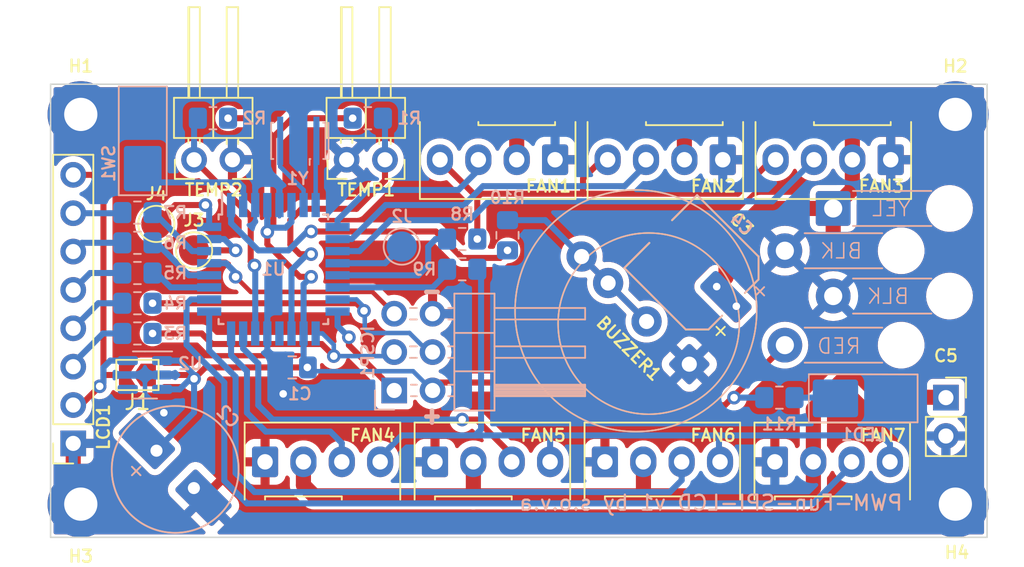
<source format=kicad_pcb>
(kicad_pcb (version 20221018) (generator pcbnew)
  (layers (0 "F.Cu" signal) (31 "B.Cu" signal) (34 "B.Paste" user) (35 "F.Paste" user) (36 "B.SilkS" user "B.Silkscreen") (37 "F.SilkS" user "F.Silkscreen") (38 "B.Mask" user) (39 "F.Mask" user) (44 "Edge.Cuts" user))
  (net 0 "")
  (net 1 "+5V")
  (net 2 "GND")
  (net 3 "+12V")
  (net 4 "PWM_1")
  (net 5 "PWM_2")
  (net 6 "Net-(U1-PB1)")
  (net 7 "Net-(U1-PB2)")
  (net 9 "FBK_1")
  (net 10 "/XTAL_1")
  (net 11 "/XTAL_2")
  (net 12 "FBK_2")
  (net 13 "FBK_3")
  (net 14 "FBK_4")
  (net 15 "FBK_5")
  (net 16 "FBK_6")
  (net 17 "FBK_7")
  (net 18 "/Thermistor_1")
  (net 19 "/Thermistor_2")
  (net 20 "LCD_RS")
  (net 21 "Net-(BUZZER1-Pin_2)")
  (net 22 "+3.3V")
  (net 23 "LCD_DC")
  (net 24 "LCD_CS")
  (net 26 "/LCD_CS_X")
  (net 27 "/LCD_DC_X")
  (net 28 "/LCD_RS_X")
  (net 29 "/LCD_SDA_X")
  (net 30 "/LCD_SCL_X")
  (net 31 "ICSP_MISO")
  (net 32 "ICSP_SCK")
  (net 33 "ICSP_MOSI")
  (net 34 "ICSP_RESET")
  (net 35 "Net-(U1-PD3)")
  (net 36 "Net-(LED1-A)")
  (net 37 "Net-(J3-Pin_1)")
  (net 38 "Net-(J4-Pin_1)")
  (net 39 "Net-(U1-PD4)")
  (net 40 "Net-(J2-Pin_1)")
  (footprint "Library:FanPinHeader_1x04_P2.54mm_Vertical_custom" (layer "F.Cu") (at 62.2 63)
    (fp_text reference "FAN4" (at 7.12 -1.75) (layer "F.SilkS") (effects (font (size 0.8 0.8))))
    (fp_text value "~")
    (pad "1" thru_hole roundrect (at 0 0 90) (size 2.03 1.73) (drill 1.02) (layers "*.Cu" "*.Mask") (roundrect_rratio 0.1156069364) (net 2 "GND"))
    (pad "2" thru_hole oval (at 2.54 0 90) (size 2.03 1.73) (drill 1.02) (layers "*.Cu" "*.Mask") (net 3 "+12V"))
    (pad "3" thru_hole oval (at 5.08 0 90) (size 2.03 1.73) (drill 1.02) (layers "*.Cu" "*.Mask") (net 14 "FBK_4"))
    (pad "4" thru_hole oval (at 7.62 0 90) (size 2.03 1.73) (drill 1.02) (layers "*.Cu" "*.Mask") (net 5 "PWM_2"))
  )
  (footprint "MountingHole:MountingHole_2.2mm_M2_Pad" (layer "F.Cu") (at 107.9 40)
    (fp_text reference "H2" (at 0 -3.2) (layer "F.SilkS") (effects (font (size 0.8 0.8))))
    (fp_text value "MountingHole_Pad" hide)
    (pad "1" thru_hole circle locked (at 0 0) (size 4.4 4.4) (drill 2.2) (layers "*.Cu" "*.Mask") (net 2 "GND"))
  )
  (footprint "Library:FanPinHeader_1x04_P2.54mm_Vertical_custom" (layer "F.Cu") (at 84.7 63)
    (fp_text reference "FAN6" (at 7.16 -1.75) (layer "F.SilkS") (effects (font (size 0.8 0.8))))
    (fp_text value "~")
    (pad "1" thru_hole roundrect (at 0 0 90) (size 2.03 1.73) (drill 1.02) (layers "*.Cu" "*.Mask") (roundrect_rratio 0.1156069364) (net 2 "GND"))
    (pad "2" thru_hole oval (at 2.54 0 90) (size 2.03 1.73) (drill 1.02) (layers "*.Cu" "*.Mask") (net 3 "+12V"))
    (pad "3" thru_hole oval (at 5.08 0 90) (size 2.03 1.73) (drill 1.02) (layers "*.Cu" "*.Mask") (net 16 "FBK_6"))
    (pad "4" thru_hole oval (at 7.62 0 90) (size 2.03 1.73) (drill 1.02) (layers "*.Cu" "*.Mask") (net 5 "PWM_2"))
  )
  (footprint "Library:FanPinHeader_1x04_P2.54mm_Vertical_custom" (layer "F.Cu") (at 73.45 63)
    (fp_text reference "FAN5" (at 7.16 -1.75) (layer "F.SilkS") (effects (font (size 0.8 0.8))))
    (fp_text value "~")
    (pad "1" thru_hole roundrect (at 0 0 90) (size 2.03 1.73) (drill 1.02) (layers "*.Cu" "*.Mask") (roundrect_rratio 0.1156069364) (net 2 "GND"))
    (pad "2" thru_hole oval (at 2.54 0 90) (size 2.03 1.73) (drill 1.02) (layers "*.Cu" "*.Mask") (net 3 "+12V"))
    (pad "3" thru_hole oval (at 5.08 0 90) (size 2.03 1.73) (drill 1.02) (layers "*.Cu" "*.Mask") (net 15 "FBK_5"))
    (pad "4" thru_hole oval (at 7.62 0 90) (size 2.03 1.73) (drill 1.02) (layers "*.Cu" "*.Mask") (net 5 "PWM_2"))
  )
  (footprint "Library:My_buzzer" (layer "F.Cu") (at 90.285534 56.535534 135)
    (fp_text reference "BUZZER1" (at 3.56066 -2.096194 135) (layer "F.SilkS") (effects (font (size 0.8 0.8))))
    (fp_text value "Conn_01x02_Pin" hide)
    (pad "1" thru_hole roundrect (at 0 0 135) (size 2 2) (drill 1) (layers "*.Cu" "*.Mask") (roundrect_rratio 0.1) (net 2 "GND"))
    (pad "2" thru_hole circle (at 4 0 135) (size 2 2) (drill 1) (layers "*.Cu" "*.Mask") (net 21 "Net-(BUZZER1-Pin_2)"))
    (pad "2" thru_hole circle (at 7.6 0 135) (size 2 2) (drill 1) (layers "*.Cu" "*.Mask") (net 21 "Net-(BUZZER1-Pin_2)"))
    (pad "2" thru_hole circle (at 10.08 0 135) (size 2 2) (drill 1) (layers "*.Cu" "*.Mask") (net 21 "Net-(BUZZER1-Pin_2)"))
  )
  (footprint "Library:my_PinHeader_1x02_P2.54mm_Horizontal" (layer "F.Cu") (at 57.5 43 90)
    (fp_text reference "TEMP2" (at -2 1.3 180) (layer "F.SilkS") (effects (font (size 0.8 0.8))))
    (fp_text value "Thermistor2")
    (pad "1" thru_hole circle (at 0 0 90) (size 1.7 1.7) (drill 1) (layers "*.Cu" "*.Mask") (net 19 "/Thermistor_2"))
    (pad "2" thru_hole oval (at 0 2.54 90) (size 1.7 1.7) (drill 1) (layers "*.Cu" "*.Mask") (net 2 "GND"))
  )
  (footprint "MountingHole:MountingHole_2.2mm_M2_Pad" (layer "F.Cu") (at 50 40)
    (fp_text reference "H1" (at 0 -3.2) (layer "F.SilkS") (effects (font (size 0.8 0.8))))
    (fp_text value "MountingHole_Pad" hide)
    (pad "1" thru_hole circle locked (at 0 0) (size 4.4 4.4) (drill 2.2) (layers "*.Cu" "*.Mask") (net 2 "GND"))
  )
  (footprint "Connector_PinSocket_2.54mm:PinSocket_1x08_P2.54mm_Vertical" (layer "F.Cu") (at 49.5 61.78 180)
    (fp_text reference "LCD1" (at -2 1.08 90) (layer "F.SilkS") (effects (font (size 0.8 0.8))))
    (fp_text value "~")
    (pad "1" thru_hole rect locked (at 0 0 180) (size 1.7 1.7) (drill 1) (layers "*.Cu" "*.Mask") (net 2 "GND"))
    (pad "2" thru_hole oval locked (at 0 2.54 180) (size 1.7 1.7) (drill 1) (layers "*.Cu" "*.Mask") (net 22 "+3.3V"))
    (pad "3" thru_hole oval locked (at 0 5.08 180) (size 1.7 1.7) (drill 1) (layers "*.Cu" "*.Mask") (net 30 "/LCD_SCL_X"))
    (pad "4" thru_hole oval locked (at 0 7.62 180) (size 1.7 1.7) (drill 1) (layers "*.Cu" "*.Mask") (net 29 "/LCD_SDA_X"))
    (pad "5" thru_hole oval locked (at 0 10.16 180) (size 1.7 1.7) (drill 1) (layers "*.Cu" "*.Mask") (net 28 "/LCD_RS_X"))
    (pad "6" thru_hole oval locked (at 0 12.7 180) (size 1.7 1.7) (drill 1) (layers "*.Cu" "*.Mask") (net 27 "/LCD_DC_X"))
    (pad "7" thru_hole oval locked (at 0 15.24 180) (size 1.7 1.7) (drill 1) (layers "*.Cu" "*.Mask") (net 26 "/LCD_CS_X"))
    (pad "8" thru_hole oval locked (at 0 17.78 180) (size 1.7 1.7) (drill 1) (layers "*.Cu" "*.Mask") (net 22 "+3.3V"))
  )
  (footprint "TestPoint:TestPoint_Pad_D2.0mm" (layer "F.Cu") (at 55 47.25)
    (fp_text reference "J4" (at 0 -1.998) (layer "F.SilkS") (effects (font (size 0.8 0.8))))
    (fp_text value "Unused")
    (pad "1" smd circle (at 0 0) (size 2 2) (layers "F.Cu" "F.Mask") (net 38 "Net-(J4-Pin_1)"))
  )
  (footprint "Connector_PinSocket_2.54mm:PinSocket_1x02_P2.54mm_Vertical" (layer "F.Cu") (at 107.275 58.75)
    (fp_text reference "C5" (at 0 -2.77) (layer "F.SilkS") (effects (font (size 0.8 0.8))))
    (fp_text value "TO_PC")
    (pad "1" thru_hole rect (at 0 0) (size 1.7 1.7) (drill 1) (layers "*.Cu" "*.Mask") (net 3 "+12V"))
    (pad "2" thru_hole oval (at 0 2.54) (size 1.7 1.7) (drill 1) (layers "*.Cu" "*.Mask") (net 2 "GND"))
  )
  (footprint "MountingHole:MountingHole_2.2mm_M2_Pad" (layer "F.Cu") (at 107.9 65.8)
    (fp_text reference "H4" (at 0.1 3.2) (layer "F.SilkS") (effects (font (size 0.8 0.8))))
    (fp_text value "MountingHole_Pad" hide)
    (pad "1" thru_hole circle locked (at 0 0) (size 4.4 4.4) (drill 2.2) (layers "*.Cu" "*.Mask") (net 2 "GND"))
  )
  (footprint "TestPoint:TestPoint_Pad_D2.0mm" (layer "F.Cu") (at 57.5 49)
    (fp_text reference "J3" (at 0 -1.998) (layer "F.SilkS") (effects (font (size 0.8 0.8))))
    (fp_text value "Unused")
    (pad "1" smd circle (at 0 0) (size 2 2) (layers "F.Cu" "F.Mask") (net 37 "Net-(J3-Pin_1)"))
  )
  (footprint "Library:FanPinHeader_1x04_P2.54mm_Vertical_custom" (layer "F.Cu") (at 92.5 43 180)
    (fp_text reference "FAN2" (at 0.62 -1.75) (layer "F.SilkS") (effects (font (size 0.8 0.8))))
    (fp_text value "~")
    (pad "1" thru_hole roundrect (at 0 0 270) (size 2.03 1.73) (drill 1.02) (layers "*.Cu" "*.Mask") (roundrect_rratio 0.1156069364) (net 2 "GND"))
    (pad "2" thru_hole oval (at 2.54 0 270) (size 2.03 1.73) (drill 1.02) (layers "*.Cu" "*.Mask") (net 3 "+12V"))
    (pad "3" thru_hole oval (at 5.08 0 270) (size 2.03 1.73) (drill 1.02) (layers "*.Cu" "*.Mask") (net 12 "FBK_2"))
    (pad "4" thru_hole oval (at 7.62 0 270) (size 2.03 1.73) (drill 1.02) (layers "*.Cu" "*.Mask") (net 4 "PWM_1"))
  )
  (footprint "Capacitor_SMD:CP_Elec_6.3x3.9" (layer "F.Cu") (at 90.806587 50.170646 135)
    (fp_text reference "C3" (at -0.016099 4.146516 135) (layer "F.SilkS") (effects (font (size 0.8 0.8))))
    (fp_text value "100uF")
    (pad "1" smd roundrect (at -2.7 0 135) (size 3.5 1.6) (layers "F.Cu" "F.Paste" "F.Mask") (roundrect_rratio 0.15625) (net 3 "+12V"))
    (pad "2" smd roundrect (at 2.7 0 135) (size 3.5 1.6) (layers "F.Cu" "F.Paste" "F.Mask") (roundrect_rratio 0.15625) (net 2 "GND"))
  )
  (footprint "Library:FanPinHeader_1x04_P2.54mm_Vertical_custom" (layer "F.Cu") (at 95.95 63)
    (fp_text reference "FAN7" (at 7.16 -1.75) (layer "F.SilkS") (effects (font (size 0.8 0.8))))
    (fp_text value "~")
    (pad "1" thru_hole roundrect (at 0 0 90) (size 2.03 1.73) (drill 1.02) (layers "*.Cu" "*.Mask") (roundrect_rratio 0.1156069364) (net 2 "GND"))
    (pad "2" thru_hole oval (at 2.54 0 90) (size 2.03 1.73) (drill 1.02) (layers "*.Cu" "*.Mask") (net 3 "+12V"))
    (pad "3" thru_hole oval (at 5.08 0 90) (size 2.03 1.73) (drill 1.02) (layers "*.Cu" "*.Mask") (net 17 "FBK_7"))
    (pad "4" thru_hole oval (at 7.62 0 90) (size 2.03 1.73) (drill 1.02) (layers "*.Cu" "*.Mask") (net 5 "PWM_2"))
  )
  (footprint "Jumper:SolderJumper-2_P1.3mm_Open_TrianglePad1.0x1.5mm" (layer "F.Cu") (at 53.75 57.25 180)
    (fp_text reference "J1" (at 0 -1.8) (layer "F.SilkS"))
    (fp_text value "Conn_01x02_Pin")
    (pad "1" smd custom (at -0.725 0 180) (size 0.3 0.3) (layers "F.Cu" "F.Mask") (net 1 "+5V") (options (clearance outline) (anchor rect)) (primitives (gr_poly (pts (xy 1 0) (xy 0.5 0.75) (xy -0.5 0.75) (xy -0.5 -0.75) (xy 0.5 -0.75)) (width 0) (fill yes))))
    (pad "2" smd custom (at 0.725 0 180) (size 0.3 0.3) (layers "F.Cu" "F.Mask") (net 22 "+3.3V") (options (clearance outline) (anchor rect)) (primitives (gr_poly (pts (xy 0.5 0.75) (xy -0.65 0.75) (xy -0.15 0) (xy -0.65 -0.75) (xy 0.5 -0.75)) (width 0) (fill yes))))
  )
  (footprint "Library:my_PinHeader_1x02_P2.54mm_Horizontal" (layer "F.Cu") (at 67.6 43 90)
    (fp_text reference "TEMP1" (at -2 1.3 180) (layer "F.SilkS") (effects (font (size 0.8 0.8))))
    (fp_text value "Thermistor1")
    (pad "1" thru_hole circle (at 0 0 90) (size 1.7 1.7) (drill 1) (layers "*.Cu" "*.Mask") (net 2 "GND"))
    (pad "2" thru_hole oval (at 0 2.54 90) (size 1.7 1.7) (drill 1) (layers "*.Cu" "*.Mask") (net 18 "/Thermistor_1"))
  )
  (footprint "Library:FanPinHeader_1x04_P2.54mm_Vertical_custom" (layer "F.Cu") (at 103.62 43 180)
    (fp_text reference "FAN3" (at 0.62 -1.75) (layer "F.SilkS") (effects (font (size 0.8 0.8))))
    (fp_text value "~")
    (pad "1" thru_hole roundrect (at 0 0 270) (size 2.03 1.73) (drill 1.02) (layers "*.Cu" "*.Mask") (roundrect_rratio 0.1156069364) (net 2 "GND"))
    (pad "2" thru_hole oval (at 2.54 0 270) (size 2.03 1.73) (drill 1.02) (layers "*.Cu" "*.Mask") (net 3 "+12V"))
    (pad "3" thru_hole oval (at 5.08 0 270) (size 2.03 1.73) (drill 1.02) (layers "*.Cu" "*.Mask") (net 13 "FBK_3"))
    (pad "4" thru_hole oval (at 7.62 0 270) (size 2.03 1.73) (drill 1.02) (layers "*.Cu" "*.Mask") (net 4 "PWM_1"))
  )
  (footprint "MountingHole:MountingHole_2.2mm_M2_Pad" (layer "F.Cu") (at 50 65.8)
    (fp_text reference "H3" (at 0 3.45) (layer "F.SilkS") (effects (font (size 0.8 0.8))))
    (fp_text value "MountingHole_Pad" hide)
    (pad "1" thru_hole circle locked (at 0 0) (size 4.4 4.4) (drill 2.2) (layers "*.Cu" "*.Mask") (net 2 "GND"))
  )
  (footprint "Library:FanPinHeader_1x04_P2.54mm_Vertical_custom" (layer "F.Cu") (at 81.4 43 180)
    (fp_text reference "FAN1" (at 0.44 -1.75) (layer "F.SilkS") (effects (font (size 0.8 0.8))))
    (fp_text value "~")
    (pad "1" thru_hole roundrect (at 0 0 270) (size 2.03 1.73) (drill 1.02) (layers "*.Cu" "*.Mask") (roundrect_rratio 0.1156069364) (net 2 "GND"))
    (pad "2" thru_hole oval (at 2.54 0 270) (size 2.03 1.73) (drill 1.02) (layers "*.Cu" "*.Mask") (net 3 "+12V"))
    (pad "3" thru_hole oval (at 5.08 0 270) (size 2.03 1.73) (drill 1.02) (layers "*.Cu" "*.Mask") (net 9 "FBK_1"))
    (pad "4" thru_hole oval (at 7.62 0 270) (size 2.03 1.73) (drill 1.02) (layers "*.Cu" "*.Mask") (net 4 "PWM_1"))
  )
  (footprint "Library:Multicap" (layer "B.Cu") (at 55.012563 62.262563 -45)
    (fp_text reference "C2" (at 1.75 -4.949747 135) (layer "B.SilkS") (effects (font (size 0.8 0.8)) (justify mirror)))
    (fp_text value "4.7uF")
    (pad "1" thru_hole roundrect (at 0 0 315) (size 3.5 2) (drill 0.8 (offset -0.9 0)) (layers "*.Cu" "*.Mask") (roundrect_rratio 0.1) (net 1 "+5V"))
    (pad "2" thru_hole roundrect (at 3.5 0 315) (size 3.5 2) (drill 0.8 (offset 0.9 0)) (layers "*.Cu" "*.Mask") (roundrect_rratio 0.1) (net 2 "GND"))
  )
  (footprint "Resistor_SMD:R_0805_2012Metric_Pad1.20x1.40mm_HandSolder" (layer "B.Cu") (at 53.75 48.5)
    (fp_text reference "R6" (at 2.5 0) (layer "B.SilkS") (effects (font (size 0.8 0.8)) (justify mirror)))
    (fp_text value "220")
    (pad "1" smd roundrect (at -1 0) (size 1.2 1.4) (layers "B.Cu" "B.Paste" "B.Mask") (roundrect_rratio 0.2083333333) (net 27 "/LCD_DC_X"))
    (pad "2" smd roundrect (at 1 0) (size 1.2 1.4) (layers "B.Cu" "B.Paste" "B.Mask") (roundrect_rratio 0.2083333333) (net 23 "LCD_DC"))
  )
  (footprint "Resistor_SMD:R_0805_2012Metric_Pad1.20x1.40mm_HandSolder" (layer "B.Cu") (at 53.75 54.5)
    (fp_text reference "R3" (at 2.5 0) (layer "B.SilkS") (effects (font (size 0.8 0.8)) (justify mirror)))
    (fp_text value "220")
    (pad "1" smd roundrect (at -1 0) (size 1.2 1.4) (layers "B.Cu" "B.Paste" "B.Mask") (roundrect_rratio 0.2083333333) (net 30 "/LCD_SCL_X"))
    (pad "2" smd roundrect (at 1 0) (size 1.2 1.4) (layers "B.Cu" "B.Paste" "B.Mask") (roundrect_rratio 0.2083333333) (net 32 "ICSP_SCK"))
  )
  (footprint "Library:ANY_surface_mount" (layer "B.Cu") (at 101.8 58.8 180)
    (fp_text reference "LED1" (at 0 -2.4) (layer "B.SilkS") (effects (font (size 0.8 0.8)) (justify mirror)))
    (fp_text value "Green")
    (pad "1" smd roundrect (at -2.3375 0 180) (size 3 2.5) (drill (offset 0.5 0)) (layers "B.Cu" "B.Paste" "B.Mask") (roundrect_rratio 0.08) (net 2 "GND"))
    (pad "2" smd roundrect (at 2.3375 0 180) (size 3 2.5) (drill (offset -0.5 0)) (layers "B.Cu" "B.Paste" "B.Mask") (roundrect_rratio 0.08) (net 36 "Net-(LED1-A)"))
  )
  (footprint "Connector_PinHeader_2.54mm:PinHeader_2x03_P2.54mm_Horizontal" (layer "B.Cu") (at 70.75 58.275)
    (fp_text reference "ICSP1" (at -1.75 -2.525 -90) (layer "B.SilkS") (effects (font (size 0.8 0.8)) (justify mirror)))
    (fp_text value "Conn_2x3")
    (pad "1" thru_hole rect (at 0 0) (size 1.7 1.7) (drill 1) (layers "*.Cu" "*.Mask") (net 31 "ICSP_MISO"))
    (pad "2" thru_hole oval (at 2.54 0) (size 1.7 1.7) (drill 1) (layers "*.Cu" "*.Mask") (net 1 "+5V"))
    (pad "3" thru_hole oval (at 0 -2.54) (size 1.7 1.7) (drill 1) (layers "*.Cu" "*.Mask") (net 32 "ICSP_SCK"))
    (pad "4" thru_hole oval (at 2.54 -2.54) (size 1.7 1.7) (drill 1) (layers "*.Cu" "*.Mask") (net 33 "ICSP_MOSI"))
    (pad "5" thru_hole oval (at 0 -5.08) (size 1.7 1.7) (drill 1) (layers "*.Cu" "*.Mask") (net 34 "ICSP_RESET"))
    (pad "6" thru_hole oval (at 2.54 -5.08) (size 1.7 1.7) (drill 1) (layers "*.Cu" "*.Mask") (net 2 "GND"))
  )
  (footprint "Capacitor_SMD:CP_Elec_6.3x3.9" (layer "B.Cu") (at 90.8 50.156587 135)
    (fp_text reference "C4" (at -0.030698 4.141232 135) (layer "B.SilkS") (effects (font (size 0.8 0.8)) (justify mirror)))
    (fp_text value "100uF")
    (pad "1" smd roundrect (at -2.7 0 135) (size 3.5 1.6) (layers "B.Cu" "B.Paste" "B.Mask") (roundrect_rratio 0.15625) (net 3 "+12V"))
    (pad "2" smd roundrect (at 2.7 0 135) (size 3.5 1.6) (layers "B.Cu" "B.Paste" "B.Mask") (roundrect_rratio 0.15625) (net 2 "GND"))
  )
  (footprint "Library:ANY_surface_mount" (layer "B.Cu") (at 54.1 41.75 90)
    (fp_text reference "SW1" (at -1.5 -2.25 90) (layer "B.SilkS") (effects (font (size 0.8 0.8)) (justify mirror)))
    (fp_text value "MODE")
    (pad "1" smd roundrect (at -2.3375 0 90) (size 3 2.5) (drill (offset 0.5 0)) (layers "B.Cu" "B.Paste" "B.Mask") (roundrect_rratio 0.08) (net 39 "Net-(U1-PD4)"))
    (pad "2" smd roundrect (at 2.3375 0 90) (size 3 2.5) (drill (offset -0.5 0)) (layers "B.Cu" "B.Paste" "B.Mask") (roundrect_rratio 0.08) (net 2 "GND"))
  )
  (footprint "Library:SolderWire-1-2_compact" (layer "B.Cu") (at 99.8125 46.225 -90)
    (fp_text reference "PSU1" hide)
    (fp_text value "Conn_01x04_Pin")
    (fp_text user "BLK" (at 3.4 -2 unlocked) (layer "B.SilkS") (effects (font (thickness 0.1)) (justify left bottom mirror)))
    (fp_text user "BLK" (at 6.4 -5.1 unlocked) (layer "B.SilkS") (effects (font (thickness 0.1)) (justify left bottom mirror)))
    (fp_text user "YEL" (at 0.6 -5.2 unlocked) (layer "B.SilkS") (effects (font (thickness 0.1)) (justify left bottom mirror)))
    (fp_text user "RED" (at 9.7 -1.9 unlocked) (layer "B.SilkS") (effects (font (thickness 0.1)) (justify left bottom mirror)))
    (pad "" np_thru_hole circle (at 0 -7.7 270) (size 2.6 2.6) (drill 2.6) (layers "*.Cu" "*.Mask"))
    (pad "" np_thru_hole circle (at 2.8 -4.5 270) (size 2.6 2.6) (drill 2.6) (layers "*.Cu" "*.Mask"))
    (pad "" np_thru_hole circle (at 5.8 -7.7 270) (size 2.6 2.6) (drill 2.6) (layers "*.Cu" "*.Mask"))
    (pad "" np_thru_hole circle (at 9.05 -4.5 270) (size 2.6 2.6) (drill 2.6) (layers "*.Cu" "*.Mask"))
    (pad "1" thru_hole roundrect (at 0 0 270) (size 2.3 2.3) (drill 1.2) (layers "*.Cu" "*.Mask") (roundrect_rratio 0.08695652174) (net 3 "+12V"))
    (pad "2" thru_hole circle (at 2.8 3.2 270) (size 2.3 2.3) (drill 1.2) (layers "*.Cu" "*.Mask") (net 2 "GND"))
    (pad "3" thru_hole circle (at 5.8 0 270) (size 2.3 2.3) (drill 1.2) (layers "*.Cu" "*.Mask") (net 2 "GND"))
    (pad "4" thru_hole circle (at 9.05 3.2 270) (size 2.3 2.3) (drill 1.2) (layers "*.Cu" "*.Mask") (net 1 "+5V"))
  )
  (footprint "Resistor_SMD:R_0805_2012Metric_Pad1.20x1.40mm_HandSolder" (layer "B.Cu") (at 75.25 48.25 180)
    (fp_text reference "R8" (at 0 1.65) (layer "B.SilkS") (effects (font (size 0.8 0.8)) (justify mirror)))
    (fp_text value "220")
    (pad "1" smd roundrect (at -1 0 180) (size 1.2 1.4) (layers "B.Cu" "B.Paste" "B.Mask") (roundrect_rratio 0.2083333333) (net 4 "PWM_1"))
    (pad "2" smd roundrect (at 1 0 180) (size 1.2 1.4) (layers "B.Cu" "B.Paste" "B.Mask") (roundrect_rratio 0.2083333333) (net 6 "Net-(U1-PB1)"))
  )
  (footprint "Resistor_SMD:R_0805_2012Metric_Pad1.20x1.40mm_HandSolder" (layer "B.Cu") (at 96.25 58.75 180)
    (fp_text reference "R11" (at 0 -1.75) (layer "B.SilkS") (effects (font (size 0.8 0.8)) (justify mirror)))
    (fp_text value "500")
    (pad "1" smd roundrect (at -1 0 180) (size 1.2 1.4) (layers "B.Cu" "B.Paste" "B.Mask") (roundrect_rratio 0.2083333333) (net 36 "Net-(LED1-A)"))
    (pad "2" smd roundrect (at 1 0 180) (size 1.2 1.4) (layers "B.Cu" "B.Paste" "B.Mask") (roundrect_rratio 0.2083333333) (net 1 "+5V"))
  )
  (footprint "Crystal:Resonator_SMD_Murata_CSTxExxV-3Pin_3.0x1.1mm_HandSoldering" (layer "B.Cu") (at 64.4 41.75 180)
    (fp_text reference "Y1" (at 0.05 -2.5 180) (layer "B.SilkS") (effects (font (size 0.8 0.8)) (justify mirror)))
    (fp_text value "16Mhz")
    (pad "1" smd rect (at -1.2 0 180) (size 0.4 3.2) (layers "B.Cu" "B.Paste" "B.Mask") (net 11 "/XTAL_2"))
    (pad "2" smd rect (at 0 0 180) (size 0.4 3.2) (layers "B.Cu" "B.Paste" "B.Mask") (net 2 "GND"))
    (pad "3" smd rect (at 1.2 0 180) (size 0.4 3.2) (layers "B.Cu" "B.Paste" "B.Mask") (net 10 "/XTAL_1"))
  )
  (footprint "Resistor_SMD:R_0805_2012Metric_Pad1.20x1.40mm_HandSolder" (layer "B.Cu") (at 69 40.25)
    (fp_text reference "R1" (at 2.75 0) (layer "B.SilkS") (effects (font (size 0.8 0.8)) (justify mirror)))
    (fp_text value "10k")
    (pad "1" smd roundrect (at -1 0) (size 1.2 1.4) (layers "B.Cu" "B.Paste" "B.Mask") (roundrect_rratio 0.2083333333) (net 1 "+5V"))
    (pad "2" smd roundrect (at 1 0) (size 1.2 1.4) (layers "B.Cu" "B.Paste" "B.Mask") (roundrect_rratio 0.2083333333) (net 18 "/Thermistor_1"))
  )
  (footprint "Resistor_SMD:R_0805_2012Metric_Pad1.20x1.40mm_HandSolder" (layer "B.Cu") (at 53.75 46.5)
    (fp_text reference "R7" (at 2.5 0) (layer "B.SilkS") (effects (font (size 0.8 0.8)) (justify mirror)))
    (fp_text value "220")
    (pad "1" smd roundrect (at -1 0) (size 1.2 1.4) (layers "B.Cu" "B.Paste" "B.Mask") (roundrect_rratio 0.2083333333) (net 26 "/LCD_CS_X"))
    (pad "2" smd roundrect (at 1 0) (size 1.2 1.4) (layers "B.Cu" "B.Paste" "B.Mask") (roundrect_rratio 0.2083333333) (net 24 "LCD_CS"))
  )
  (footprint "TestPoint:TestPoint_Pad_D2.0mm" (layer "B.Cu") (at 71.25 48.75)
    (fp_text reference "J2" (at 0 -2) (layer "B.SilkS") (effects (font (size 0.8 0.8)) (justify mirror)))
    (fp_text value "Unused")
    (pad "1" smd circle (at 0 0) (size 2 2) (layers "B.Cu" "B.Mask") (net 40 "Net-(J2-Pin_1)"))
  )
  (footprint "Resistor_SMD:R_0805_2012Metric_Pad1.20x1.40mm_HandSolder" (layer "B.Cu") (at 75.25 50.25 180)
    (fp_text reference "R9" (at 2.5 0) (layer "B.SilkS") (effects (font (size 0.8 0.8)) (justify mirror)))
    (fp_text value "220")
    (pad "1" smd roundrect (at -1 0 180) (size 1.2 1.4) (layers "B.Cu" "B.Paste" "B.Mask") (roundrect_rratio 0.2083333333) (net 5 "PWM_2"))
    (pad "2" smd roundrect (at 1 0 180) (size 1.2 1.4) (layers "B.Cu" "B.Paste" "B.Mask") (roundrect_rratio 0.2083333333) (net 7 "Net-(U1-PB2)"))
  )
  (footprint "Resistor_SMD:R_0805_2012Metric_Pad1.20x1.40mm_HandSolder" (layer "B.Cu") (at 53.75 52.5)
    (fp_text reference "R4" (at 2.5 0) (layer "B.SilkS") (effects (font (size 0.8 0.8)) (justify mirror)))
    (fp_text value "220")
    (pad "1" smd roundrect (at -1 0) (size 1.2 1.4) (layers "B.Cu" "B.Paste" "B.Mask") (roundrect_rratio 0.2083333333) (net 29 "/LCD_SDA_X"))
    (pad "2" smd roundrect (at 1 0) (size 1.2 1.4) (layers "B.Cu" "B.Paste" "B.Mask") (roundrect_rratio 0.2083333333) (net 33 "ICSP_MOSI"))
  )
  (footprint "Resistor_SMD:R_0805_2012Metric_Pad1.20x1.40mm_HandSolder" (layer "B.Cu") (at 78.25 48 90)
    (fp_text reference "R10" (at 2.5 0 180) (layer "B.SilkS") (effects (font (size 0.8 0.8)) (justify mirror)))
    (fp_text value "500")
    (pad "1" smd roundrect (at -1 0 90) (size 1.2 1.4) (layers "B.Cu" "B.Paste" "B.Mask") (roundrect_rratio 0.2083333333) (net 35 "Net-(U1-PD3)"))
    (pad "2" smd roundrect (at 1 0 90) (size 1.2 1.4) (layers "B.Cu" "B.Paste" "B.Mask") (roundrect_rratio 0.2083333333) (net 21 "Net-(BUZZER1-Pin_2)"))
  )
  (footprint "Resistor_SMD:R_0805_2012Metric_Pad1.20x1.40mm_HandSolder" (layer "B.Cu") (at 58.75 40.25 180)
    (fp_text reference "R2" (at -2.75 0) (layer "B.SilkS") (effects (font (size 0.8 0.8)) (justify mirror)))
    (fp_text value "10k")
    (pad "1" smd roundrect (at -1 0 180) (size 1.2 1.4) (layers "B.Cu" "B.Paste" "B.Mask") (roundrect_rratio 0.2083333333) (net 1 "+5V"))
    (pad "2" smd roundrect (at 1 0 180) (size 1.2 1.4) (layers "B.Cu" "B.Paste" "B.Mask") (roundrect_rratio 0.2083333333) (net 19 "/Thermistor_2"))
  )
  (footprint "Package_TO_SOT_SMD:SOT-23-5" (layer "B.Cu") (at 54.25 57.25 180)
    (fp_text reference "U2" (at -3 0.75) (layer "B.SilkS") (effects (font (size 0.8 0.8)) (justify mirror)))
    (fp_text value "MIC5205-3.3YM5")
    (pad "1" smd roundrect (at -1.1375 0.95 180) (size 1.325 0.6) (layers "B.Cu" "B.Paste" "B.Mask") (net 1 "+5V"))
    (pad "2" smd roundrect (at -1.1375 0 180) (size 1.325 0.6) (layers "B.Cu" "B.Paste" "B.Mask") (net 2 "GND"))
    (pad "3" smd roundrect (at -1.1375 -0.95 180) (size 1.325 0.6) (layers "B.Cu" "B.Paste" "B.Mask") (net 1 "+5V"))
    (pad "4" smd roundrect (at 1.1375 -0.95 180) (size 1.325 0.6) (layers "B.Cu" "B.Paste" "B.Mask"))
    (pad "5" smd roundrect (at 1.1375 0.95 180) (size 1.325 0.6) (layers "B.Cu" "B.Paste" "B.Mask") (net 22 "+3.3V"))
  )
  (footprint "Capacitor_SMD:C_0805_2012Metric_Pad1.18x1.45mm_HandSolder" (layer "B.Cu") (at 64 56.75 180)
    (fp_text reference "C1" (at -0.5 -1.75) (layer "B.SilkS") (effects (font (size 0.8 0.8)) (justify mirror)))
    (fp_text value "100nF")
    (pad "1" smd roundrect (at -1.0375 0 180) (size 1.175 1.45) (layers "B.Cu" "B.Paste" "B.Mask") (roundrect_rratio 0.2127659574) (net 1 "+5V"))
    (pad "2" smd roundrect (at 1.0375 0 180) (size 1.175 1.45) (layers "B.Cu" "B.Paste" "B.Mask") (roundrect_rratio 0.2127659574) (net 2 "GND"))
  )
  (footprint "Package_QFP:TQFP-32_7x7mm_P0.8mm" (layer "B.Cu") (at 62.75 50.25 -90)
    (fp_text reference "U1" (at 0 0 -180) (layer "B.SilkS") (effects (font (size 0.8 0.8)) (justify mirror)))
    (fp_text value "ATmega328-A")
    (pad "1" smd rect (at -4.25 2.8 270) (size 1.6 0.55) (layers "B.Cu" "B.Paste" "B.Mask") (net 35 "Net-(U1-PD3)"))
    (pad "2" smd rect (at -4.25 2 270) (size 1.6 0.55) (layers "B.Cu" "B.Paste" "B.Mask") (net 39 "Net-(U1-PD4)"))
    (pad "3" smd rect (at -4.25 1.2 270) (size 1.6 0.55) (layers "B.Cu" "B.Paste" "B.Mask") (net 2 "GND"))
    (pad "4" smd rect (at -4.25 0.4 270) (size 1.6 0.55) (layers "B.Cu" "B.Paste" "B.Mask") (net 1 "+5V"))
    (pad "5" smd rect (at -4.25 -0.4 270) (size 1.6 0.55) (layers "B.Cu" "B.Paste" "B.Mask") (net 2 "GND"))
    (pad "6" smd rect (at -4.25 -1.2 270) (size 1.6 0.55) (layers "B.Cu" "B.Paste" "B.Mask") (net 1 "+5V"))
    (pad "7" smd rect (at -4.25 -2 270) (size 1.6 0.55) (layers "B.Cu" "B.Paste" "B.Mask") (net 10 "/XTAL_1"))
    (pad "8" smd rect (at -4.25 -2.8 270) (size 1.6 0.55) (layers "B.Cu" "B.Paste" "B.Mask") (net 11 "/XTAL_2"))
    (pad "9" smd rect (at -2.8 -4.25 180) (size 1.6 0.55) (layers "B.Cu" "B.Paste" "B.Mask") (net 9 "FBK_1"))
    (pad "10" smd rect (at -2 -4.25 180) (size 1.6 0.55) (layers "B.Cu" "B.Paste" "B.Mask") (net 12 "FBK_2"))
    (pad "11" smd rect (at -1.2 -4.25 180) (size 1.6 0.55) (layers "B.Cu" "B.Paste" "B.Mask") (net 13 "FBK_3"))
    (pad "12" smd rect (at -0.4 -4.25 180) (size 1.6 0.55) (layers "B.Cu" "B.Paste" "B.Mask") (net 40 "Net-(J2-Pin_1)"))
    (pad "13" smd rect (at 0.4 -4.25 180) (size 1.6 0.55) (layers "B.Cu" "B.Paste" "B.Mask") (net 6 "Net-(U1-PB1)"))
    (pad "14" smd rect (at 1.2 -4.25 180) (size 1.6 0.55) (layers "B.Cu" "B.Paste" "B.Mask") (net 7 "Net-(U1-PB2)"))
    (pad "15" smd rect (at 2 -4.25 180) (size 1.6 0.55) (layers "B.Cu" "B.Paste" "B.Mask") (net 33 "ICSP_MOSI"))
    (pad "16" smd rect (at 2.8 -4.25 180) (size 1.6 0.55) (layers "B.Cu" "B.Paste" "B.Mask") (net 31 "ICSP_MISO"))
    (pad "17" smd rect (at 4.25 -2.8 270) (size 1.6 0.55) (layers "B.Cu" "B.Paste" "B.Mask") (net 32 "ICSP_SCK"))
    (pad "18" smd rect (at 4.25 -2 270) (size 1.6 0.55) (layers "B.Cu" "B.Paste" "B.Mask") (net 1 "+5V"))
    (pad "19" smd rect (at 4.25 -1.2 270) (size 1.6 0.55) (layers "B.Cu" "B.Paste" "B.Mask") (net 18 "/Thermistor_1"))
    (pad "20" smd rect (at 4.25 -0.4 270) (size 1.6 0.55) (layers "B.Cu" "B.Paste" "B.Mask"))
    (pad "21" smd rect (at 4.25 0.4 270) (size 1.6 0.55) (layers "B.Cu" "B.Paste" "B.Mask") (net 2 "GND"))
    (pad "22" smd rect (at 4.25 1.2 270) (size 1.6 0.55) (layers "B.Cu" "B.Paste" "B.Mask") (net 19 "/Thermistor_2"))
    (pad "23" smd rect (at 4.25 2 270) (size 1.6 0.55) (layers "B.Cu" "B.Paste" "B.Mask") (net 15 "FBK_5"))
    (pad "24" smd rect (at 4.25 2.8 270) (size 1.6 0.55) (layers "B.Cu" "B.Paste" "B.Mask") (net 14 "FBK_4"))
    (pad "25" smd rect (at 2.8 4.25 180) (size 1.6 0.55) (layers "B.Cu" "B.Paste" "B.Mask") (net 16 "FBK_6"))
    (pad "26" smd rect (at 2 4.25 180) (size 1.6 0.55) (layers "B.Cu" "B.Paste" "B.Mask") (net 17 "FBK_7"))
    (pad "27" smd rect (at 1.2 4.25 180) (size 1.6 0.55) (layers "B.Cu" "B.Paste" "B.Mask") (net 20 "LCD_RS"))
    (pad "28" smd rect (at 0.4 4.25 180) (size 1.6 0.55) (layers "B.Cu" "B.Paste" "B.Mask") (net 23 "LCD_DC"))
    (pad "29" smd rect (at -0.4 4.25 180) (size 1.6 0.55) (layers "B.Cu" "B.Paste" "B.Mask") (net 34 "ICSP_RESET"))
    (pad "30" smd rect (at -1.2 4.25 180) (size 1.6 0.55) (layers "B.Cu" "B.Paste" "B.Mask") (net 24 "LCD_CS"))
    (pad "31" smd rect (at -2 4.25 180) (size 1.6 0.55) (layers "B.Cu" "B.Paste" "B.Mask") (net 37 "Net-(J3-Pin_1)"))
    (pad "32" smd rect (at -2.8 4.25 180) (size 1.6 0.55) (layers "B.Cu" "B.Paste" "B.Mask") (net 38 "Net-(J4-Pin_1)"))
  )
  (footprint "Resistor_SMD:R_0805_2012Metric_Pad1.20x1.40mm_HandSolder" (layer "B.Cu") (at 53.75 50.5)
    (fp_text reference "R5" (at 2.5 0) (layer "B.SilkS") (effects (font (size 0.8 0.8)) (justify mirror)))
    (fp_text value "220")
    (pad "1" smd roundrect (at -1 0) (size 1.2 1.4) (layers "B.Cu" "B.Paste" "B.Mask") (roundrect_rratio 0.2083333333) (net 28 "/LCD_RS_X"))
    (pad "2" smd roundrect (at 1 0) (size 1.2 1.4) (layers "B.Cu" "B.Paste" "B.Mask") (roundrect_rratio 0.2083333333) (net 20 "LCD_RS"))
  )
  (gr_line (start 73.25 59.6) (end 73.25 60.4) (stroke (width 0.3)) (layer "B.SilkS"))
  (gr_line (start 72.875 51.75) (end 73.625 51.75) (stroke (width 0.3)) (layer "B.SilkS"))
  (gr_line (start 72.875 60) (end 73.625 60) (stroke (width 0.3)) (layer "B.SilkS"))
  (gr_rect locked (start 48 38) (end 110 68) (stroke (width 0.1)) (fill none) (layer "Edge.Cuts"))
  (gr_text "PWM-Fun-SPI-LCD v1 by s.o.v.a\n" (at 104.5 66.3) (layer "B.SilkS") (effects (font (size 1 1)) (justify left bottom mirror)))
  (segment (start 93.25 58.75) (end 93.1375 58.75) (width 0.4) (layer "F.Cu") (net 1))
  (segment (start 85.5 57.75) (end 73.815 57.75) (width 0.4) (layer "F.Cu") (net 1))
  (segment (start 62.75 47.375) (end 62.75 41.5) (width 0.4) (layer "F.Cu") (net 1))
  (segment (start 58.25 56.75) (end 57.5 57.5) (width 0.4) (layer "F.Cu") (net 1))
  (segment (start 92.6375 59.25) (end 87 59.25) (width 0.4) (layer "F.Cu") (net 1))
  (segment (start 93.1375 58.75) (end 92.6375 59.25) (width 0.4) (layer "F.Cu") (net 1))
  (segment (start 62.35 48.6) (end 62.35 47.775) (width 0.4) (layer "F.Cu") (net 1))
  (segment (start 65 56.75) (end 58.25 56.75) (width 0.4) (layer "F.Cu") (net 1))
  (segment (start 62.75 41.5) (end 61.5 40.25) (width 0.4) (layer "F.Cu") (net 1))
  (segment (start 64 40.25) (end 68 40.25) (width 0.4) (layer "F.Cu") (net 1))
  (segment (start 62.35 47.775) (end 62.75 47.375) (width 0.4) (layer "F.Cu") (net 1))
  (segment (start 87 59.25) (end 85.5 57.75) (width 0.4) (layer "F.Cu") (net 1))
  (segment (start 61.5 40.25) (end 59.75 40.25) (width 0.4) (layer "F.Cu") (net 1))
  (segment (start 73.815 57.75) (end 73.29 58.275) (width 0.4) (layer "F.Cu") (net 1))
  (segment (start 57.25 57.25) (end 57.5 57.5) (width 0.4) (layer "F.Cu") (net 1))
  (segment (start 54.475 57.25) (end 57.25 57.25) (width 0.4) (layer "F.Cu") (net 1))
  (segment (start 65.25 50.75) (end 64.5 50.75) (width 0.4) (layer "F.Cu") (net 1))
  (segment (start 96.6125 55.275) (end 93.25 58.6375) (width 0.4) (layer "F.Cu") (net 1))
  (segment (start 62.75 41.5) (end 64 40.25) (width 0.4) (layer "F.Cu") (net 1))
  (segment (start 93.25 58.6375) (end 93.25 58.75) (width 0.4) (layer "F.Cu") (net 1))
  (segment (start 64.5 50.75) (end 62.35 48.6) (width 0.4) (layer "F.Cu") (net 1))
  (via (at 62.35 47.775) (size 0.9) (drill 0.5) (layers "F.Cu" "B.Cu") (net 1))
  (via (at 93.25 58.75) (size 0.9) (drill 0.5) (layers "F.Cu" "B.Cu") (net 1))
  (via (at 68 40.25) (size 0.9) (drill 0.5) (layers "F.Cu" "B.Cu") (net 1))
  (via (at 59.75 40.25) (size 0.9) (drill 0.5) (layers "F.Cu" "B.Cu") (net 1))
  (via (at 65.25 50.75) (size 0.9) (drill 0.5) (layers "F.Cu" "B.Cu") (net 1))
  (via (at 57.5 57.5) (size 0.9) (drill 0.5) (layers "F.Cu" "B.Cu") (net 1))
  (via (at 65 56.75) (size 0.9) (drill 0.5) (layers "F.Cu" "B.Cu") (net 1))
  (segment (start 62.35 47) (end 62.35 47.35) (width 0.4) (layer "B.Cu") (net 1))
  (segment (start 57.5 57.25) (end 57.5 57.5) (width 0.4) (layer "B.Cu") (net 1))
  (segment (start 95.25 58.75) (end 93.25 58.75) (width 0.4) (layer "B.Cu") (net 1))
  (segment (start 62.35 47.35) (end 62.5 47.5) (width 0.4) (layer "B.Cu") (net 1))
  (segment (start 64.75 54.5) (end 64.75 56.4625) (width 0.4) (layer "B.Cu") (net 1))
  (segment (start 56.55 56.3) (end 57.5 57.25) (width 0.4) (layer "B.Cu") (net 1))
  (segment (start 57.5 59.725126) (end 54.962563 62.262563) (width 0.4) (layer "B.Cu") (net 1))
  (segment (start 55.3875 56.3) (end 56.55 56.3) (width 0.4) (layer "B.Cu") (net 1))
  (segment (start 62.35 47.775) (end 62.35 47) (width 0.4) (layer "B.Cu") (net 1))
  (segment (start 63.95 47.115) (end 63.95 46) (width 0.4) (layer "B.Cu") (net 1))
  (segment (start 73.275 58.275) (end 72 57) (width 0.3) (layer "B.Cu") (net 1))
  (segment (start 62.35 46) (end 62.35 47) (width 0.4) (layer "B.Cu") (net 1))
  (segment (start 64.75 51.25) (end 64.75 54.5) (width 0.4) (layer "B.Cu") (net 1))
  (segment (start 57.5 57.25) (end 56.55 58.2) (width 0.4) (layer "B.Cu") (net 1))
  (segment (start 56.55 58.2) (end 55.3875 58.2) (width 0.4) (layer "B.Cu") (net 1))
  (segment (start 62.5 47.5) (end 63.565 47.5) (width 0.4) (layer "B.Cu") (net 1))
  (segment (start 65.25 50.75) (end 64.75 51.25) (width 0.4) (layer "B.Cu") (net 1))
  (segment (start 72 57) (end 65.25 57) (width 0.3) (layer "B.Cu") (net 1))
  (segment (start 57.5 57.5) (end 57.5 59.725126) (width 0.4) (layer "B.Cu") (net 1))
  (segment (start 63.565 47.5) (end 63.95 47.115) (width 0.4) (layer "B.Cu") (net 1))
  (segment (start 49.5 61.78) (end 49.5 65.3) (width 1) (layer "F.Cu") (net 2))
  (via (at 63.4 58.5) (size 0.9) (drill 0.5) (layers "F.Cu" "B.Cu") (net 2))
  (via (at 55.5 59.75) (size 0.9) (drill 0.5) (layers "F.Cu" "B.Cu") (net 2))
  (segment (start 62.5 44.5) (end 61.85 44.5) (width 0.4) (layer "B.Cu") (net 2))
  (segment (start 54.25 57.5) (end 54.5 57.25) (width 0.3) (layer "B.Cu") (net 2))
  (segment (start 62.35 53.15) (end 62.5 53) (width 0.4) (layer "B.Cu") (net 2))
  (segment (start 55.5 59.75) (end 54.25 58.5) (width 0.3) (layer "B.Cu") (net 2))
  (segment (start 61.55 44.8) (end 61.55 46) (width 0.4) (layer "B.Cu") (net 2))
  (segment (start 63.15 44.9) (end 63.15 46) (width 0.4) (layer "B.Cu") (net 2))
  (segment (start 62.35 55.6) (end 62.5 55.75) (width 0.4) (layer "B.Cu") (net 2))
  (segment (start 54.5 57.25) (end 55.3875 57.25) (width 0.3) (layer "B.Cu") (net 2))
  (segment (start 54.25 58.5) (end 54.25 57.5) (width 0.3) (layer "B.Cu") (net 2))
  (segment (start 62.75 44.5) (end 63.15 44.9) (width 0.4) (layer "B.Cu") (net 2))
  (segment (start 62.35 54.5) (end 62.35 55.6) (width 0.4) (layer "B.Cu") (net 2))
  (segment (start 62.35 54.5) (end 62.35 53.15) (width 0.4) (layer "B.Cu") (net 2))
  (segment (start 62.5 44.5) (end 62.75 44.5) (width 0.4) (layer "B.Cu") (net 2))
  (segment (start 61.85 44.5) (end 61.55 44.8) (width 0.4) (layer "B.Cu") (net 2))
  (segment (start 101.08 44.9575) (end 99.8125 46.225) (width 1) (layer "F.Cu") (net 3))
  (segment (start 100.25 40.5) (end 101.08 41.33) (width 1) (layer "F.Cu") (net 3))
  (segment (start 99.8125 46.225) (end 99.8125 48.5625) (width 1) (layer "F.Cu") (net 3))
  (segment (start 89.75 40.5) (end 100.25 40.5) (width 1) (layer "F.Cu") (net 3))
  (segment (start 101.08 41.33) (end 101.08 43) (width 1) (layer "F.Cu") (net 3))
  (segment (start 101.125 56.875) (end 98.5 59.5) (width 1) (layer "F.Cu") (net 3))
  (segment (start 79.75 40.5) (end 89.75 40.5) (width 1) (layer "F.Cu") (net 3))
  (segment (start 102.25 51) (end 102.25 53.25) (width 1) (layer "F.Cu") (net 3))
  (segment (start 99.8125 48.5625) (end 102.25 51) (width 1) (layer "F.Cu") (net 3))
  (segment (start 98.5 59.5) (end 98.5 64.75) (width 1) (layer "F.Cu") (net 3))
  (segment (start 98 65.25) (end 65.45 65.25) (width 1) (layer "F.Cu") (net 3))
  (segment (start 75.99 63) (end 75.99 65.26) (width 1) (layer "F.Cu") (net 3))
  (segment (start 95.025 46.225) (end 99.8125 46.225) (width 1) (layer "F.Cu") (net 3))
  (segment (start 102.975 58.725) (end 107.25 58.725) (width 1) (layer "F.Cu") (net 3))
  (segment (start 92.715775 50.784225) (end 92.715775 48.534225) (width 1) (layer "F.Cu") (net 3))
  (segment (start 89.96 43) (end 89.96 40.54) (width 1) (layer "F.Cu") (net 3))
  (segment (start 101.08 43) (end 101.08 44.9575) (width 1) (layer "F.Cu") (net 3))
  (segment (start 78.86 41.39) (end 79.75 40.5) (width 1) (layer "F.Cu") (net 3))
  (segment (start 87.25 63.01) (end 87.25 65.13) (width 1) (layer "F.Cu") (net 3))
  (segment (start 101.125 56.875) (end 102.975 58.725) (width 1) (layer "F.Cu") (net 3))
  (segment (start 65.45 65.25) (end 64.74 64.54) (width 1) (layer "F.Cu") (net 3))
  (segment (start 64.74 64.54) (end 64.74 63) (width 1) (layer "F.Cu") (net 3))
  (segment (start 92.1 51.4) (end 92.715775 50.784225) (width 1) (layer "F.Cu") (net 3))
  (segment (start 78.86 42.79) (end 78.86 41.39) (width 1) (layer "F.Cu") (net 3))
  (segment (start 92.715775 48.534225) (end 95.025 46.225) (width 1) (layer "F.Cu") (net 3))
  (segment (start 98.5 64.75) (end 98 65.25) (width 1) (layer "F.Cu") (net 3))
  (segment (start 101.125 54.375) (end 101.125 56.875) (width 1) (layer "F.Cu") (net 3))
  (segment (start 102.25 53.25) (end 101.125 54.375) (width 1) (layer "F.Cu") (net 3))
  (via (at 92.1 51.4) (size 0.9) (drill 0.5) (layers "F.Cu" "B.Cu") (net 3))
  (via (at 93.4 52.7) (size 0.9) (drill 0.5) (layers "F.Cu" "B.Cu") (net 3))
  (segment (start 83.25 45.25) (end 83.25 44.25) (width 0.4) (layer "F.Cu") (net 4))
  (segment (start 76 45.25) (end 76.5 45.25) (width 0.4) (layer "F.Cu") (net 4))
  (segment (start 76.25 48.25) (end 76.25 45.5) (width 0.4) (layer "F.Cu") (net 4))
  (segment (start 73.75 43) (end 76 45.25) (width 0.4) (layer "F.Cu") (net 4))
  (segment (start 93.5 45.25) (end 95.75 43) (width 0.4) (layer "F.Cu") (net 4))
  (segment (start 76.5 45.25) (end 93.5 45.25) (width 0.4) (layer "F.Cu") (net 4))
  (segment (start 76.25 45.5) (end 76.5 45.25) (width 0.4) (layer "F.Cu") (net 4))
  (segment (start 83.25 44.25) (end 84.5 43) (width 0.4) (layer "F.Cu") (net 4))
  (via (at 76.25 48.25) (size 0.9) (drill 0.5) (layers "F.Cu" "B.Cu") (net 4))
  (segment (start 103.57 61.82) (end 103.57 63) (width 0.4) (layer "B.Cu") (net 5))
  (segment (start 69.5 63) (end 71.25 61.25) (width 0.4) (layer "B.Cu") (net 5))
  (segment (start 71.25 61.25) (end 103 61.25) (width 0.4) (layer "B.Cu") (net 5))
  (segment (start 81.07 63) (end 81.07 61.25) (width 0.4) (layer "B.Cu") (net 5))
  (segment (start 92.25 61.25) (end 92.25 62.93) (width 0.4) (layer "B.Cu") (net 5))
  (segment (start 76.1 61.25) (end 76.5 60.85) (width 0.4) (layer "B.Cu") (net 5))
  (segment (start 103 61.25) (end 103.57 61.82) (width 0.4) (layer "B.Cu") (net 5))
  (segment (start 76.5 60.85) (end 76.5 50.25) (width 0.4) (layer "B.Cu") (net 5))
  (segment (start 72.35 50.65) (end 66.5 50.65) (width 0.4) (layer "B.Cu") (net 6))
  (segment (start 74.5 48.25) (end 73.5 48.25) (width 0.4) (layer "B.Cu") (net 6))
  (segment (start 73.5 48.25) (end 73 48.75) (width 0.4) (layer "B.Cu") (net 6))
  (segment (start 73 50) (end 72.35 50.65) (width 0.4) (layer "B.Cu") (net 6))
  (segment (start 73 48.75) (end 73 50) (width 0.4) (layer "B.Cu") (net 6))
  (segment (start 73.3 51.45) (end 74.5 50.25) (width 0.4) (layer "B.Cu") (net 7))
  (segment (start 67 51.45) (end 73.3 51.45) (width 0.4) (layer "B.Cu") (net 7))
  (segment (start 69 45) (end 67 47) (width 0.4) (layer "B.Cu") (net 9))
  (segment (start 76.11 43) (end 76.11 43.89) (width 0.4) (layer "B.Cu") (net 9))
  (segment (start 67 47) (end 67 47.45) (width 0.4) (layer "B.Cu") (net 9))
  (segment (start 75 45) (end 69 45) (width 0.4) (layer "B.Cu") (net 9))
  (segment (start 76.11 43.89) (end 75 45) (width 0.4) (layer "B.Cu") (net 9))
  (segment (start 63.2 41.75) (end 63.2 43.45) (width 0.3) (layer "B.Cu") (net 10))
  (segment (start 63.2 43.45) (end 64.75 45) (width 0.3) (layer "B.Cu") (net 10))
  (segment (start 64.75 45) (end 64.75 46) (width 0.3) (layer "B.Cu") (net 10))
  (segment (start 65.55 41.8) (end 65.55 46) (width 0.3) (layer "B.Cu") (net 11))
  (segment (start 67.9325 48.25) (end 70.1825 46) (width 0.4) (layer "B.Cu") (net 12))
  (segment (start 66.5 48.25) (end 67.9325 48.25) (width 0.4) (layer "B.Cu") (net 12))
  (segment (start 76.625 44.75) (end 86 44.75) (width 0.4) (layer "B.Cu") (net 12))
  (segment (start 75.375 46) (end 76.625 44.75) (width 0.4) (layer "B.Cu") (net 12))
  (segment (start 70.1825 46) (end 75.375 46) (width 0.4) (layer "B.Cu") (net 12))
  (segment (start 86 44.75) (end 87.29 43.46) (width 0.4) (layer "B.Cu") (net 12))
  (segment (start 75.75 47) (end 77 45.75) (width 0.4) (layer "B.Cu") (net 13))
  (segment (start 95.79 45.75) (end 98.54 43) (width 0.4) (layer "B.Cu") (net 13))
  (segment (start 66.5 49.05) (end 68.45 49.05) (width 0.4) (layer "B.Cu") (net 13))
  (segment (start 77 45.75) (end 95.79 45.75) (width 0.4) (layer "B.Cu") (net 13))
  (segment (start 70.5 47) (end 75.75 47) (width 0.4) (layer "B.Cu") (net 13))
  (segment (start 68.45 49.05) (end 70.5 47) (width 0.4) (layer "B.Cu") (net 13))
  (segment (start 66.525 61) (end 67.28 61.755) (width 0.4) (layer "B.Cu") (net 14))
  (segment (start 67.28 61.755) (end 67.28 63) (width 0.4) (layer "B.Cu") (net 14))
  (segment (start 61 56.999094) (end 61 59.75) (width 0.4) (layer "B.Cu") (net 14))
  (segment (start 59.95 55.949094) (end 61 56.999094) (width 0.4) (layer "B.Cu") (net 14))
  (segment (start 59.95 54.5) (end 59.95 55.949094) (width 0.4) (layer "B.Cu") (net 14))
  (segment (start 62.25 61) (end 66.525 61) (width 0.4) (layer "B.Cu") (net 14))
  (segment (start 61 59.75) (end 62.25 61) (width 0.4) (layer "B.Cu") (net 14))
  (segment (start 75.25 60.2) (end 76.2 60.2) (width 0.4) (layer "F.Cu") (net 15))
  (segment (start 76.2 60.2) (end 78.42 62.42) (width 0.4) (layer "F.Cu") (net 15))
  (via (at 75.25 60.2) (size 0.9) (drill 0.5) (layers "F.Cu" "B.Cu") (net 15))
  (segment (start 75.25 60.2) (end 62.7 60.2) (width 0.4) (layer "B.Cu") (net 15))
  (segment (start 61.75 59.25) (end 61.75 56.5) (width 0.4) (layer "B.Cu") (net 15))
  (segment (start 62.7 60.2) (end 61.75 59.25) (width 0.4) (layer "B.Cu") (net 15))
  (segment (start 60.75 55.5) (end 60.75 54.5) (width 0.4) (layer "B.Cu") (net 15))
  (segment (start 61.75 56.5) (end 60.75 55.5) (width 0.4) (layer "B.Cu") (net 15))
  (segment (start 89.78 64.22) (end 89 65) (width 0.4) (layer "B.Cu") (net 16))
  (segment (start 89 65) (end 61.5 65) (width 0.4) (layer "B.Cu") (net 16))
  (segment (start 58.5 55.625) (end 58.5 53.05) (width 0.4) (layer "B.Cu") (net 16))
  (segment (start 60.25 63.75) (end 60.25 57.375) (width 0.4) (layer "B.Cu") (net 16))
  (segment (start 61.5 65) (end 60.25 63.75) (width 0.4) (layer "B.Cu") (net 16))
  (segment (start 89.78 63) (end 89.78 64.22) (width 0.4) (layer "B.Cu") (net 16))
  (segment (start 60.25 57.375) (end 58.5 55.625) (width 0.4) (layer "B.Cu") (net 16))
  (segment (start 57 55.25) (end 59.5 57.75) (width 0.4) (layer "B.Cu") (net 17))
  (segment (start 59.5 64.25) (end 61 65.75) (width 0.4) (layer "B.Cu") (net 17))
  (segment (start 98.5 65.75) (end 101.03 63.22) (width 0.4) (layer "B.Cu") (net 17))
  (segment (start 57.3 52.25) (end 57 52.55) (width 0.4) (layer "B.Cu") (net 17))
  (segment (start 59.5 57.75) (end 59.5 64.25) (width 0.4) (layer "B.Cu") (net 17))
  (segment (start 57 52.55) (end 57 55.25) (width 0.4) (layer "B.Cu") (net 17))
  (segment (start 58.5 52.25) (end 57.3 52.25) (width 0.4) (layer "B.Cu") (net 17))
  (segment (start 61 65.75) (end 98.5 65.75) (width 0.4) (layer "B.Cu") (net 17))
  (segment (start 64.5 49.25) (end 63.875 48.625) (width 0.4) (layer "F.Cu") (net 18))
  (segment (start 63.875 48.625) (end 63.875 47) (width 0.4) (layer "F.Cu") (net 18))
  (segment (start 64.625 46.25) (end 68.25 46.25) (width 0.4) (layer "F.Cu") (net 18))
  (segment (start 63.875 47) (end 64.625 46.25) (width 0.4) (layer "F.Cu") (net 18))
  (segment (start 68.25 46.25) (end 70.14 44.36) (width 0.4) (layer "F.Cu") (net 18))
  (segment (start 65.25 49.25) (end 64.5 49.25) (width 0.4) (layer "F.Cu") (net 18))
  (segment (start 70.14 44.36) (end 70.14 43) (width 0.4) (layer "F.Cu") (net 18))
  (via (at 65.25 49.25) (size 0.9) (drill 0.5) (layers "F.Cu" "B.Cu") (net 18))
  (segment (start 65.25 49.25) (end 65 49.25) (width 0.4) (layer "B.Cu") (net 18))
  (segment (start 63.95 50.3) (end 63.95 54.5) (width 0.4) (layer "B.Cu") (net 18))
  (segment (start 70.14 40.39) (end 70.14 43) (width 0.4) (layer "B.Cu") (net 18))
  (segment (start 65 49.25) (end 63.95 50.3) (width 0.4) (layer "B.Cu") (net 18))
  (segment (start 61.25 49.75) (end 61.25 46.75) (width 0.4) (layer "F.Cu") (net 19))
  (segment (start 61.25 46.75) (end 57.5 43) (width 0.4) (layer "F.Cu") (net 19))
  (segment (start 61.5 50) (end 61.25 49.75) (width 0.4) (layer "F.Cu") (net 19))
  (via (at 61.5 50) (size 0.9) (drill 0.5) (layers "F.Cu" "B.Cu") (net 19))
  (segment (start 57.5 40.5) (end 57.5 43) (width 0.4) (layer "B.Cu") (net 19))
  (segment (start 61.5 50) (end 61.55 50.05) (width 0.4) (layer "B.Cu") (net 19))
  (segment (start 61.55 50.05) (end 61.55 54.5) (width 0.4) (layer "B.Cu") (net 19))
  (segment (start 55.95 51.45) (end 58.5 51.45) (width 0.4) (layer "B.Cu") (net 20))
  (segment (start 55 50.5) (end 55.95 51.45) (width 0.4) (layer "B.Cu") (net 20))
  (segment (start 83.25 49.5) (end 87.457107 53.707107) (width 0.4) (layer "F.Cu") (net 21))
  (segment (start 83.157898 49.407898) (end 87.457107 53.707107) (width 0.4) (layer "B.Cu") (net 21))
  (segment (start 80.75 47) (end 83.157898 49.407898) (width 0.4) (layer "B.Cu") (net 21))
  (segment (start 78.5 47) (end 80.75 47) (width 0.4) (layer "B.Cu") (net 21))
  (segment (start 51.5 57.75) (end 51.5 44.75) (width 0.4) (layer "F.Cu") (net 22))
  (segment (start 51.5 44.75) (end 50.75 44) (width 0.4) (layer "F.Cu") (net 22))
  (segment (start 51.5 57.25) (end 52.8 57.25) (width 0.4) (layer "F.Cu") (net 22))
  (segment (start 51.25 58) (end 51.5 57.75) (width 0.4) (layer "F.Cu") (net 22))
  (segment (start 51.25 58) (end 50.01 59.24) (width 0.4) (layer "F.Cu") (net 22))
  (segment (start 50.75 44) (end 49.5 44) (width 0.4) (layer "F.Cu") (net 22))
  (via (at 51.25 58) (size 0.9) (drill 0.5) (layers "F.Cu" "B.Cu") (net 22))
  (segment (start 51.5 57.75) (end 51.5 56.75) (width 0.4) (layer "B.Cu") (net 22))
  (segment (start 51.25 58) (end 51.5 57.75) (width 0.4) (layer "B.Cu") (net 22))
  (segment (start 51.95 56.3) (end 53.1125 56.3) (width 0.4) (layer "B.Cu") (net 22))
  (segment (start 51.5 56.75) (end 51.95 56.3) (width 0.4) (layer "B.Cu") (net 22))
  (segment (start 57.15 50.65) (end 55 48.5) (width 0.4) (layer "B.Cu") (net 23))
  (segment (start 58.5 50.65) (end 57.15 50.65) (width 0.4) (layer "B.Cu") (net 23))
  (segment (start 58.5 49.05) (end 57.385 49.05) (width 0.4) (layer "B.Cu") (net 24))
  (segment (start 57.385 49.05) (end 54.75 46.415) (width 0.4) (layer "B.Cu") (net 24))
  (segment (start 52.71 46.54) (end 49.5 46.54) (width 0.4) (layer "B.Cu") (net 26))
  (segment (start 52.75 48.5) (end 50.08 48.5) (width 0.4) (layer "B.Cu") (net 27))
  (segment (start 50.08 48.5) (end 49.5 49.08) (width 0.4) (layer "B.Cu") (net 27))
  (segment (start 52.75 50.5) (end 50.62 50.5) (width 0.4) (layer "B.Cu") (net 28))
  (segment (start 50.62 50.5) (end 49.5 51.62) (width 0.4) (layer "B.Cu") (net 28))
  (segment (start 51.16 52.5) (end 49.5 54.16) (width 0.4) (layer "B.Cu") (net 29))
  (segment (start 52.75 52.5) (end 51.16 52.5) (width 0.4) (layer "B.Cu") (net 29))
  (segment (start 52.75 54.5) (end 51.475 54.5) (width 0.4) (layer "B.Cu") (net 30))
  (segment (start 51.475 54.5) (end 49.5 56.475) (width 0.4) (layer "B.Cu") (net 30))
  (segment (start 67.75 54.75) (end 67.75 55.275) (width 0.4) (layer "F.Cu") (net 31))
  (segment (start 67.75 55.275) (end 70.75 58.275) (width 0.4) (layer "F.Cu") (net 31))
  (via (at 67.75 54.75) (size 0.9) (drill 0.5) (layers "F.Cu" "B.Cu") (net 31))
  (segment (start 67 54) (end 67 53.05) (width 0.4) (layer "B.Cu") (net 31))
  (segment (start 67.75 54.75) (end 67 54) (width 0.4) (layer "B.Cu") (net 31))
  (segment (start 65.95 55.2) (end 66.75 56) (width 0.4) (layer "F.Cu") (net 32))
  (segment (start 58 54.5) (end 58.7 55.2) (width 0.4) (layer "F.Cu") (net 32))
  (segment (start 54.75 54.5) (end 58 54.5) (width 0.4) (layer "F.Cu") (net 32))
  (segment (start 58.7 55.2) (end 65.95 55.2) (width 0.4) (layer "F.Cu") (net 32))
  (via (at 66.75 56) (size 0.9) (drill 0.5) (layers "F.Cu" "B.Cu") (net 32))
  (via (at 54.75 54.5) (size 0.9) (drill 0.5) (layers "F.Cu" "B.Cu") (net 32))
  (segment (start 66.75 56) (end 66.75 55.25) (width 0.3) (layer "B.Cu") (net 32))
  (segment (start 66.75 56) (end 70.485 56) (width 0.3) (layer "B.Cu") (net 32))
  (segment (start 66.75 55.25) (end 66 54.5) (width 0.3) (layer "B.Cu") (net 32))
  (segment (start 66 54.5) (end 65.55 54.5) (width 0.3) (layer "B.Cu") (net 32))
  (segment (start 68.25 52.5) (end 68.75 53) (width 0.4) (layer "F.Cu") (net 33))
  (segment (start 54.75 52.5) (end 68.25 52.5) (width 0.4) (layer "F.Cu") (net 33))
  (via (at 54.75 52.5) (size 0.9) (drill 0.5) (layers "F.Cu" "B.Cu") (net 33))
  (via (at 68.75 53) (size 0.9) (drill 0.5) (layers "F.Cu" "B.Cu") (net 33))
  (segment (start 68.25 52.25) (end 68.8 52.8) (width 0.3) (layer "B.Cu") (net 33))
  (segment (start 69.12 54.47) (end 71.76 54.47) (width 0.3) (layer "B.Cu") (net 33))
  (segment (start 68.8 53.05) (end 68.8 54.15) (width 0.3) (layer "B.Cu") (net 33))
  (segment (start 68.8 52.95) (end 68.75 53) (width 0.3) (layer "B.Cu") (net 33))
  (segment (start 67 52.25) (end 68.25 52.25) (width 0.3) (layer "B.Cu") (net 33))
  (segment (start 68.8 52.8) (end 68.8 52.95) (width 0.3) (layer "B.Cu") (net 33))
  (segment (start 68.75 53) (end 68.8 53.05) (width 0.3) (layer "B.Cu") (net 33))
  (segment (start 68.8 54.15) (end 69.12 54.47) (width 0.3) (layer "B.Cu") (net 33))
  (segment (start 71.76 54.47) (end 72.54 55.25) (width 0.3) (layer "B.Cu") (net 33))
  (segment (start 69.305 51.75) (end 70.75 53.195) (width 0.3) (layer "F.Cu") (net 34))
  (segment (start 60.25 50.75) (end 61.25 51.75) (width 0.3) (layer "F.Cu") (net 34))
  (segment (start 61.25 51.75) (end 69.305 51.75) (width 0.3) (layer "F.Cu") (net 34))
  (via (at 60.25 50.75) (size 0.9) (drill 0.5) (layers "F.Cu" "B.Cu") (net 34))
  (segment (start 60.25 50.485) (end 59.615 49.85) (width 0.4) (layer "B.Cu") (net 34))
  (segment (start 59.615 49.85) (end 58 49.85) (width 0.4) (layer "B.Cu") (net 34))
  (segment (start 60.25 50.75) (end 60.25 50.485) (width 0.4) (layer "B.Cu") (net 34))
  (segment (start 75.25 49.5) (end 73.5 47.75) (width 0.4) (layer "F.Cu") (net 35))
  (segment (start 77.75 49.5) (end 75.25 49.5) (width 0.4) (layer "F.Cu") (net 35))
  (segment (start 78.25 49) (end 77.75 49.5) (width 0.4) (layer "F.Cu") (net 35))
  (segment (start 73.5 47.75) (end 65.25 47.75) (width 0.4) (layer "F.Cu") (net 35))
  (via (at 78.25 49) (size 0.9) (drill 0.5) (layers "F.Cu" "B.Cu") (net 35))
  (via (at 65.25 47.75) (size 0.9) (drill 0.5) (layers "F.Cu" "B.Cu") (net 35))
  (segment (start 63.75 49) (end 61.75 49) (width 0.4) (layer "B.Cu") (net 35))
  (segment (start 65.25 47.75) (end 65 47.75) (width 0.4) (layer "B.Cu") (net 35))
  (segment (start 61.75 49) (end 59.95 47.2) (width 0.4) (layer "B.Cu") (net 35))
  (segment (start 65 47.75) (end 63.75 49) (width 0.4) (layer "B.Cu") (net 35))
  (segment (start 59.95 47.2) (end 59.95 46) (width 0.4) (layer "B.Cu") (net 35))
  (segment (start 99.4125 58.75) (end 97.25 58.75) (width 0.4) (layer "B.Cu") (net 36))
  (segment (start 60.25 49) (end 57.5 49) (width 0.4) (layer "F.Cu") (net 37))
  (via (at 60.25 49) (size 0.9) (drill 0.5) (layers "F.Cu" "B.Cu") (net 37))
  (segment (start 58.5 48.25) (end 59.5 48.25) (width 0.4) (layer "B.Cu") (net 37))
  (segment (start 59.5 48.25) (end 60.25 49) (width 0.4) (layer "B.Cu") (net 37))
  (segment (start 56.25 46) (end 55 47.25) (width 0.4) (layer "F.Cu") (net 38))
  (segment (start 58.25 46) (end 56.25 46) (width 0.4) (layer "F.Cu") (net 38))
  (via (at 58.25 46) (size 0.9) (drill 0.5) (layers "F.Cu" "B.Cu") (net 38))
  (segment (start 58.5 47.45) (end 58.5 46.25) (width 0.4) (layer "B.Cu") (net 38))
  (segment (start 58.5 46.25) (end 58.25 46) (width 0.4) (layer "B.Cu") (net 38))
  (segment (start 60.75 44.8) (end 60.45 44.5) (width 0.4) (layer "B.Cu") (net 39))
  (segment (start 60.75 46) (end 60.75 44.8) (width 0.4) (layer "B.Cu") (net 39))
  (segment (start 60.45 44.5) (end 54.1625 44.5) (width 0.4) (layer "B.Cu") (net 39))
  (segment (start 70.15 49.85) (end 67 49.85) (width 0.4) (layer "B.Cu") (net 40))
  (segment (start 71 49) (end 70.15 49.85) (width 0.4) (layer "B.Cu") (net 40))
  (zone (net 2) (net_name "GND") (layers "F&B.Cu") (connect_pads thru_hole_only (clearance 0.4)) (min_thickness 0.25) (fill yes (thermal_gap 0.5) (thermal_bridge_width 0.6))
    (polygon (pts (xy 48 38) (xy 110 38) (xy 110 68) (xy 48 68)))
  )
)
</source>
